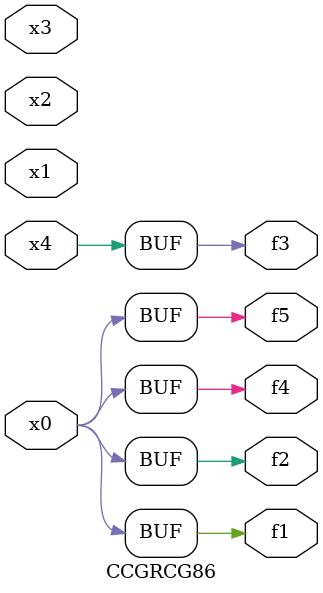
<source format=v>
module CCGRCG86(
	input x0, x1, x2, x3, x4,
	output f1, f2, f3, f4, f5
);
	assign f1 = x0;
	assign f2 = x0;
	assign f3 = x4;
	assign f4 = x0;
	assign f5 = x0;
endmodule

</source>
